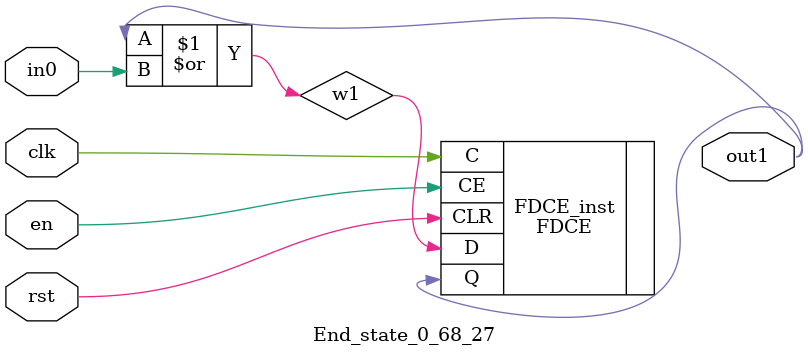
<source format=v>
module engine_0_68(out,clk,sod,en, in_3, in_5, in_7, in_8, in_9, in_10, in_12, in_17, in_18, in_19, in_20, in_21, in_25, in_28, in_29, in_30, in_32, in_37, in_41, in_58);
//pcre: /wp-includes\x2Ftheme\x2Ephp\x3F[^\r\n]*iz=/Ui
//block char: N[0], L[0], I[0], S[0], H[0], -[0], \x2E[8], e[0], c[0], d[0], =[0], p[0], \x2F[8], \x3F[8], u[0], t[0], w[0], [^\r\n][2], M[0], Z[0], 

	input clk,sod,en;

	input in_3, in_5, in_7, in_8, in_9, in_10, in_12, in_17, in_18, in_19, in_20, in_21, in_25, in_28, in_29, in_30, in_32, in_37, in_41, in_58;
	output out;

	assign w0 = 1'b1;
	state_0_68_1 BlockState_0_68_1 (w1,in_32,clk,en,sod,w0);
	state_0_68_2 BlockState_0_68_2 (w2,in_21,clk,en,sod,w1);
	state_0_68_3 BlockState_0_68_3 (w3,in_10,clk,en,sod,w2);
	state_0_68_4 BlockState_0_68_4 (w4,in_7,clk,en,sod,w3);
	state_0_68_5 BlockState_0_68_5 (w5,in_3,clk,en,sod,w4);
	state_0_68_6 BlockState_0_68_6 (w6,in_18,clk,en,sod,w5);
	state_0_68_7 BlockState_0_68_7 (w7,in_5,clk,en,sod,w6);
	state_0_68_8 BlockState_0_68_8 (w8,in_29,clk,en,sod,w7);
	state_0_68_9 BlockState_0_68_9 (w9,in_19,clk,en,sod,w8);
	state_0_68_10 BlockState_0_68_10 (w10,in_17,clk,en,sod,w9);
	state_0_68_11 BlockState_0_68_11 (w11,in_8,clk,en,sod,w10);
	state_0_68_12 BlockState_0_68_12 (w12,in_25,clk,en,sod,w11);
	state_0_68_13 BlockState_0_68_13 (w13,in_30,clk,en,sod,w12);
	state_0_68_14 BlockState_0_68_14 (w14,in_9,clk,en,sod,w13);
	state_0_68_15 BlockState_0_68_15 (w15,in_17,clk,en,sod,w14);
	state_0_68_16 BlockState_0_68_16 (w16,in_41,clk,en,sod,w15);
	state_0_68_17 BlockState_0_68_17 (w17,in_17,clk,en,sod,w16);
	state_0_68_18 BlockState_0_68_18 (w18,in_12,clk,en,sod,w17);
	state_0_68_19 BlockState_0_68_19 (w19,in_21,clk,en,sod,w18);
	state_0_68_20 BlockState_0_68_20 (w20,in_9,clk,en,sod,w19);
	state_0_68_21 BlockState_0_68_21 (w21,in_21,clk,en,sod,w20);
	state_0_68_22 BlockState_0_68_22 (w22,in_28,clk,en,sod,w21);
	state_0_68_23 BlockState_0_68_23 (w23,in_37,clk,en,sod,w23,w22);
	state_0_68_24 BlockState_0_68_24 (w24,in_7,clk,en,sod,w22,w23);
	state_0_68_25 BlockState_0_68_25 (w25,in_58,clk,en,sod,w24);
	state_0_68_26 BlockState_0_68_26 (w26,in_20,clk,en,sod,w25);
	End_state_0_68_27 BlockState_0_68_27 (out,clk,en,sod,w26);
endmodule

module state_0_68_1(out1,in_char,clk,en,rst,in0);
	input in_char,clk,en,rst,in0;
	output out1;
	wire w1,w2;
	assign w1 = in0; 
	and(w2,in_char,w1);
	FDCE #(.INIT(1'b0)) FDCE_inst (
		.Q(out1),
		.C(clk),
		.CE(en),
		.CLR(rst),
		.D(w2)
);
endmodule

module state_0_68_2(out1,in_char,clk,en,rst,in0);
	input in_char,clk,en,rst,in0;
	output out1;
	wire w1,w2;
	assign w1 = in0; 
	and(w2,in_char,w1);
	FDCE #(.INIT(1'b0)) FDCE_inst (
		.Q(out1),
		.C(clk),
		.CE(en),
		.CLR(rst),
		.D(w2)
);
endmodule

module state_0_68_3(out1,in_char,clk,en,rst,in0);
	input in_char,clk,en,rst,in0;
	output out1;
	wire w1,w2;
	assign w1 = in0; 
	and(w2,in_char,w1);
	FDCE #(.INIT(1'b0)) FDCE_inst (
		.Q(out1),
		.C(clk),
		.CE(en),
		.CLR(rst),
		.D(w2)
);
endmodule

module state_0_68_4(out1,in_char,clk,en,rst,in0);
	input in_char,clk,en,rst,in0;
	output out1;
	wire w1,w2;
	assign w1 = in0; 
	and(w2,in_char,w1);
	FDCE #(.INIT(1'b0)) FDCE_inst (
		.Q(out1),
		.C(clk),
		.CE(en),
		.CLR(rst),
		.D(w2)
);
endmodule

module state_0_68_5(out1,in_char,clk,en,rst,in0);
	input in_char,clk,en,rst,in0;
	output out1;
	wire w1,w2;
	assign w1 = in0; 
	and(w2,in_char,w1);
	FDCE #(.INIT(1'b0)) FDCE_inst (
		.Q(out1),
		.C(clk),
		.CE(en),
		.CLR(rst),
		.D(w2)
);
endmodule

module state_0_68_6(out1,in_char,clk,en,rst,in0);
	input in_char,clk,en,rst,in0;
	output out1;
	wire w1,w2;
	assign w1 = in0; 
	and(w2,in_char,w1);
	FDCE #(.INIT(1'b0)) FDCE_inst (
		.Q(out1),
		.C(clk),
		.CE(en),
		.CLR(rst),
		.D(w2)
);
endmodule

module state_0_68_7(out1,in_char,clk,en,rst,in0);
	input in_char,clk,en,rst,in0;
	output out1;
	wire w1,w2;
	assign w1 = in0; 
	and(w2,in_char,w1);
	FDCE #(.INIT(1'b0)) FDCE_inst (
		.Q(out1),
		.C(clk),
		.CE(en),
		.CLR(rst),
		.D(w2)
);
endmodule

module state_0_68_8(out1,in_char,clk,en,rst,in0);
	input in_char,clk,en,rst,in0;
	output out1;
	wire w1,w2;
	assign w1 = in0; 
	and(w2,in_char,w1);
	FDCE #(.INIT(1'b0)) FDCE_inst (
		.Q(out1),
		.C(clk),
		.CE(en),
		.CLR(rst),
		.D(w2)
);
endmodule

module state_0_68_9(out1,in_char,clk,en,rst,in0);
	input in_char,clk,en,rst,in0;
	output out1;
	wire w1,w2;
	assign w1 = in0; 
	and(w2,in_char,w1);
	FDCE #(.INIT(1'b0)) FDCE_inst (
		.Q(out1),
		.C(clk),
		.CE(en),
		.CLR(rst),
		.D(w2)
);
endmodule

module state_0_68_10(out1,in_char,clk,en,rst,in0);
	input in_char,clk,en,rst,in0;
	output out1;
	wire w1,w2;
	assign w1 = in0; 
	and(w2,in_char,w1);
	FDCE #(.INIT(1'b0)) FDCE_inst (
		.Q(out1),
		.C(clk),
		.CE(en),
		.CLR(rst),
		.D(w2)
);
endmodule

module state_0_68_11(out1,in_char,clk,en,rst,in0);
	input in_char,clk,en,rst,in0;
	output out1;
	wire w1,w2;
	assign w1 = in0; 
	and(w2,in_char,w1);
	FDCE #(.INIT(1'b0)) FDCE_inst (
		.Q(out1),
		.C(clk),
		.CE(en),
		.CLR(rst),
		.D(w2)
);
endmodule

module state_0_68_12(out1,in_char,clk,en,rst,in0);
	input in_char,clk,en,rst,in0;
	output out1;
	wire w1,w2;
	assign w1 = in0; 
	and(w2,in_char,w1);
	FDCE #(.INIT(1'b0)) FDCE_inst (
		.Q(out1),
		.C(clk),
		.CE(en),
		.CLR(rst),
		.D(w2)
);
endmodule

module state_0_68_13(out1,in_char,clk,en,rst,in0);
	input in_char,clk,en,rst,in0;
	output out1;
	wire w1,w2;
	assign w1 = in0; 
	and(w2,in_char,w1);
	FDCE #(.INIT(1'b0)) FDCE_inst (
		.Q(out1),
		.C(clk),
		.CE(en),
		.CLR(rst),
		.D(w2)
);
endmodule

module state_0_68_14(out1,in_char,clk,en,rst,in0);
	input in_char,clk,en,rst,in0;
	output out1;
	wire w1,w2;
	assign w1 = in0; 
	and(w2,in_char,w1);
	FDCE #(.INIT(1'b0)) FDCE_inst (
		.Q(out1),
		.C(clk),
		.CE(en),
		.CLR(rst),
		.D(w2)
);
endmodule

module state_0_68_15(out1,in_char,clk,en,rst,in0);
	input in_char,clk,en,rst,in0;
	output out1;
	wire w1,w2;
	assign w1 = in0; 
	and(w2,in_char,w1);
	FDCE #(.INIT(1'b0)) FDCE_inst (
		.Q(out1),
		.C(clk),
		.CE(en),
		.CLR(rst),
		.D(w2)
);
endmodule

module state_0_68_16(out1,in_char,clk,en,rst,in0);
	input in_char,clk,en,rst,in0;
	output out1;
	wire w1,w2;
	assign w1 = in0; 
	and(w2,in_char,w1);
	FDCE #(.INIT(1'b0)) FDCE_inst (
		.Q(out1),
		.C(clk),
		.CE(en),
		.CLR(rst),
		.D(w2)
);
endmodule

module state_0_68_17(out1,in_char,clk,en,rst,in0);
	input in_char,clk,en,rst,in0;
	output out1;
	wire w1,w2;
	assign w1 = in0; 
	and(w2,in_char,w1);
	FDCE #(.INIT(1'b0)) FDCE_inst (
		.Q(out1),
		.C(clk),
		.CE(en),
		.CLR(rst),
		.D(w2)
);
endmodule

module state_0_68_18(out1,in_char,clk,en,rst,in0);
	input in_char,clk,en,rst,in0;
	output out1;
	wire w1,w2;
	assign w1 = in0; 
	and(w2,in_char,w1);
	FDCE #(.INIT(1'b0)) FDCE_inst (
		.Q(out1),
		.C(clk),
		.CE(en),
		.CLR(rst),
		.D(w2)
);
endmodule

module state_0_68_19(out1,in_char,clk,en,rst,in0);
	input in_char,clk,en,rst,in0;
	output out1;
	wire w1,w2;
	assign w1 = in0; 
	and(w2,in_char,w1);
	FDCE #(.INIT(1'b0)) FDCE_inst (
		.Q(out1),
		.C(clk),
		.CE(en),
		.CLR(rst),
		.D(w2)
);
endmodule

module state_0_68_20(out1,in_char,clk,en,rst,in0);
	input in_char,clk,en,rst,in0;
	output out1;
	wire w1,w2;
	assign w1 = in0; 
	and(w2,in_char,w1);
	FDCE #(.INIT(1'b0)) FDCE_inst (
		.Q(out1),
		.C(clk),
		.CE(en),
		.CLR(rst),
		.D(w2)
);
endmodule

module state_0_68_21(out1,in_char,clk,en,rst,in0);
	input in_char,clk,en,rst,in0;
	output out1;
	wire w1,w2;
	assign w1 = in0; 
	and(w2,in_char,w1);
	FDCE #(.INIT(1'b0)) FDCE_inst (
		.Q(out1),
		.C(clk),
		.CE(en),
		.CLR(rst),
		.D(w2)
);
endmodule

module state_0_68_22(out1,in_char,clk,en,rst,in0);
	input in_char,clk,en,rst,in0;
	output out1;
	wire w1,w2;
	assign w1 = in0; 
	and(w2,in_char,w1);
	FDCE #(.INIT(1'b0)) FDCE_inst (
		.Q(out1),
		.C(clk),
		.CE(en),
		.CLR(rst),
		.D(w2)
);
endmodule

module state_0_68_23(out1,in_char,clk,en,rst,in0,in1);
	input in_char,clk,en,rst,in0,in1;
	output out1;
	wire w1,w2;
	or(w1,in0,in1);
	and(w2,in_char,w1);
	FDCE #(.INIT(1'b0)) FDCE_inst (
		.Q(out1),
		.C(clk),
		.CE(en),
		.CLR(rst),
		.D(w2)
);
endmodule

module state_0_68_24(out1,in_char,clk,en,rst,in0,in1);
	input in_char,clk,en,rst,in0,in1;
	output out1;
	wire w1,w2;
	or(w1,in0,in1);
	and(w2,in_char,w1);
	FDCE #(.INIT(1'b0)) FDCE_inst (
		.Q(out1),
		.C(clk),
		.CE(en),
		.CLR(rst),
		.D(w2)
);
endmodule

module state_0_68_25(out1,in_char,clk,en,rst,in0);
	input in_char,clk,en,rst,in0;
	output out1;
	wire w1,w2;
	assign w1 = in0; 
	and(w2,in_char,w1);
	FDCE #(.INIT(1'b0)) FDCE_inst (
		.Q(out1),
		.C(clk),
		.CE(en),
		.CLR(rst),
		.D(w2)
);
endmodule

module state_0_68_26(out1,in_char,clk,en,rst,in0);
	input in_char,clk,en,rst,in0;
	output out1;
	wire w1,w2;
	assign w1 = in0; 
	and(w2,in_char,w1);
	FDCE #(.INIT(1'b0)) FDCE_inst (
		.Q(out1),
		.C(clk),
		.CE(en),
		.CLR(rst),
		.D(w2)
);
endmodule

module End_state_0_68_27(out1,clk,en,rst,in0);
	input clk,rst,en,in0;
	output out1;
	wire w1;
	or(w1,out1,in0);
	FDCE #(.INIT(1'b0)) FDCE_inst (
		.Q(out1),
		.C(clk),
		.CE(en),
		.CLR(rst),
		.D(w1)
);
endmodule


</source>
